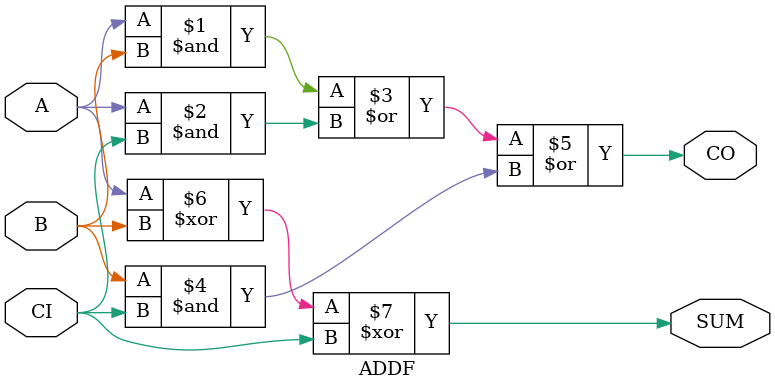
<source format=v>
module ADDF(	// file.cleaned.mlir:2:3
  input  A,	// file.cleaned.mlir:2:22
         B,	// file.cleaned.mlir:2:34
         CI,	// file.cleaned.mlir:2:46
  output CO,	// file.cleaned.mlir:2:60
         SUM	// file.cleaned.mlir:2:73
);

  assign CO = A & B | A & CI | B & CI;	// file.cleaned.mlir:4:10, :5:10, :6:10, :7:10, :8:5
  assign SUM = A ^ B ^ CI;	// file.cleaned.mlir:3:10, :8:5
endmodule


</source>
